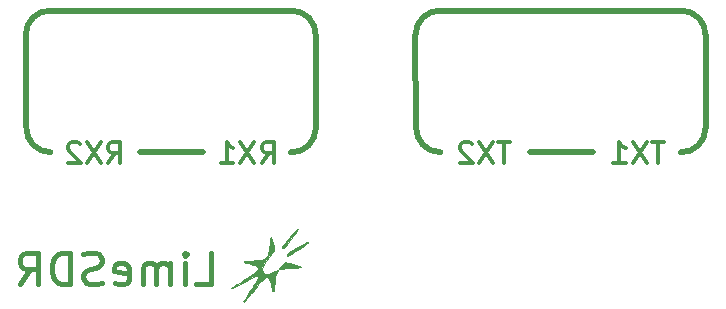
<source format=gbo>
G04 #@! TF.FileFunction,Legend,Bot*
%FSLAX46Y46*%
G04 Gerber Fmt 4.6, Leading zero omitted, Abs format (unit mm)*
G04 Created by KiCad (PCBNEW (2016-09-17 revision 679eef1)-makepkg) date 09/24/16 16:35:10*
%MOMM*%
%LPD*%
G01*
G04 APERTURE LIST*
%ADD10C,0.150000*%
%ADD11C,0.500000*%
%ADD12C,0.300000*%
%ADD13C,0.400000*%
%ADD14C,0.010000*%
%ADD15C,0.800000*%
%ADD16C,3.000000*%
%ADD17C,0.700000*%
%ADD18C,1.350000*%
G04 APERTURE END LIST*
D10*
D11*
X31880000Y-9730000D02*
X11380000Y-9730000D01*
X33830000Y-19700000D02*
X33830000Y-11830610D01*
D12*
X29237142Y-22644285D02*
X29837142Y-21787142D01*
X30265714Y-22644285D02*
X30265714Y-20844285D01*
X29580000Y-20844285D01*
X29408571Y-20930000D01*
X29322857Y-21015714D01*
X29237142Y-21187142D01*
X29237142Y-21444285D01*
X29322857Y-21615714D01*
X29408571Y-21701428D01*
X29580000Y-21787142D01*
X30265714Y-21787142D01*
X28637142Y-20844285D02*
X27437142Y-22644285D01*
X27437142Y-20844285D02*
X28637142Y-22644285D01*
X25808571Y-22644285D02*
X26837142Y-22644285D01*
X26322857Y-22644285D02*
X26322857Y-20844285D01*
X26494285Y-21101428D01*
X26665714Y-21272857D01*
X26837142Y-21358571D01*
D11*
X33830000Y-19680000D02*
G75*
G02X31729390Y-21730000I-2050610J0D01*
G01*
X31780000Y-9730000D02*
G75*
G02X33830000Y-11830610I0J-2050610D01*
G01*
X24280000Y-21730000D02*
X18980000Y-21730000D01*
X9269390Y-11780000D02*
G75*
G02X11370000Y-9730000I2050610J0D01*
G01*
X9270000Y-11820000D02*
X9320000Y-19619390D01*
X11370000Y-21720000D02*
G75*
G02X9320000Y-19619390I0J2050610D01*
G01*
D12*
X16237142Y-22659175D02*
X16837142Y-21802032D01*
X17265714Y-22659175D02*
X17265714Y-20859175D01*
X16580000Y-20859175D01*
X16408571Y-20944890D01*
X16322857Y-21030604D01*
X16237142Y-21202032D01*
X16237142Y-21459175D01*
X16322857Y-21630604D01*
X16408571Y-21716318D01*
X16580000Y-21802032D01*
X17265714Y-21802032D01*
X15637142Y-20859175D02*
X14437142Y-22659175D01*
X14437142Y-20859175D02*
X15637142Y-22659175D01*
X13837142Y-21030604D02*
X13751428Y-20944890D01*
X13580000Y-20859175D01*
X13151428Y-20859175D01*
X12980000Y-20944890D01*
X12894285Y-21030604D01*
X12808571Y-21202032D01*
X12808571Y-21373461D01*
X12894285Y-21630604D01*
X13922857Y-22659175D01*
X12808571Y-22659175D01*
D11*
X42269390Y-11780000D02*
G75*
G02X44370000Y-9730000I2050610J0D01*
G01*
X42270000Y-11820000D02*
X42320000Y-19619390D01*
X44370000Y-21720000D02*
G75*
G02X42320000Y-19619390I0J2050610D01*
G01*
D12*
X50308571Y-20859175D02*
X49280000Y-20859175D01*
X49794285Y-22659175D02*
X49794285Y-20859175D01*
X48851428Y-20859175D02*
X47651428Y-22659175D01*
X47651428Y-20859175D02*
X48851428Y-22659175D01*
X47051428Y-21030604D02*
X46965714Y-20944890D01*
X46794285Y-20859175D01*
X46365714Y-20859175D01*
X46194285Y-20944890D01*
X46108571Y-21030604D01*
X46022857Y-21202032D01*
X46022857Y-21373461D01*
X46108571Y-21630604D01*
X47137142Y-22659175D01*
X46022857Y-22659175D01*
X63308571Y-20844285D02*
X62280000Y-20844285D01*
X62794285Y-22644285D02*
X62794285Y-20844285D01*
X61851428Y-20844285D02*
X60651428Y-22644285D01*
X60651428Y-20844285D02*
X61851428Y-22644285D01*
X59022857Y-22644285D02*
X60051428Y-22644285D01*
X59537142Y-22644285D02*
X59537142Y-20844285D01*
X59708571Y-21101428D01*
X59880000Y-21272857D01*
X60051428Y-21358571D01*
D11*
X57280000Y-21730000D02*
X51980000Y-21730000D01*
X64880000Y-9730000D02*
X44380000Y-9730000D01*
X64780000Y-9730000D02*
G75*
G02X66830000Y-11830610I0J-2050610D01*
G01*
X66830000Y-19700000D02*
X66830000Y-11830610D01*
X66830000Y-19680000D02*
G75*
G02X64729390Y-21730000I-2050610J0D01*
G01*
D13*
X23670000Y-32911428D02*
X24955714Y-32911428D01*
X24955714Y-30211428D01*
X22770000Y-32911428D02*
X22770000Y-31111428D01*
X22770000Y-30211428D02*
X22898571Y-30340000D01*
X22770000Y-30468571D01*
X22641428Y-30340000D01*
X22770000Y-30211428D01*
X22770000Y-30468571D01*
X21484285Y-32911428D02*
X21484285Y-31111428D01*
X21484285Y-31368571D02*
X21355714Y-31240000D01*
X21098571Y-31111428D01*
X20712857Y-31111428D01*
X20455714Y-31240000D01*
X20327142Y-31497142D01*
X20327142Y-32911428D01*
X20327142Y-31497142D02*
X20198571Y-31240000D01*
X19941428Y-31111428D01*
X19555714Y-31111428D01*
X19298571Y-31240000D01*
X19170000Y-31497142D01*
X19170000Y-32911428D01*
X16855714Y-32782857D02*
X17112857Y-32911428D01*
X17627142Y-32911428D01*
X17884285Y-32782857D01*
X18012857Y-32525714D01*
X18012857Y-31497142D01*
X17884285Y-31240000D01*
X17627142Y-31111428D01*
X17112857Y-31111428D01*
X16855714Y-31240000D01*
X16727142Y-31497142D01*
X16727142Y-31754285D01*
X18012857Y-32011428D01*
X15698571Y-32782857D02*
X15312857Y-32911428D01*
X14670000Y-32911428D01*
X14412857Y-32782857D01*
X14284285Y-32654285D01*
X14155714Y-32397142D01*
X14155714Y-32140000D01*
X14284285Y-31882857D01*
X14412857Y-31754285D01*
X14670000Y-31625714D01*
X15184285Y-31497142D01*
X15441428Y-31368571D01*
X15570000Y-31240000D01*
X15698571Y-30982857D01*
X15698571Y-30725714D01*
X15570000Y-30468571D01*
X15441428Y-30340000D01*
X15184285Y-30211428D01*
X14541428Y-30211428D01*
X14155714Y-30340000D01*
X12998571Y-32911428D02*
X12998571Y-30211428D01*
X12355714Y-30211428D01*
X11970000Y-30340000D01*
X11712857Y-30597142D01*
X11584285Y-30854285D01*
X11455714Y-31368571D01*
X11455714Y-31754285D01*
X11584285Y-32268571D01*
X11712857Y-32525714D01*
X11970000Y-32782857D01*
X12355714Y-32911428D01*
X12998571Y-32911428D01*
X8755714Y-32911428D02*
X9655714Y-31625714D01*
X10298571Y-32911428D02*
X10298571Y-30211428D01*
X9270000Y-30211428D01*
X9012857Y-30340000D01*
X8884285Y-30468571D01*
X8755714Y-30725714D01*
X8755714Y-31111428D01*
X8884285Y-31368571D01*
X9012857Y-31497142D01*
X9270000Y-31625714D01*
X10298571Y-31625714D01*
D14*
G36*
X31115957Y-29811803D02*
X31152519Y-29800339D01*
X31193131Y-29773087D01*
X31243568Y-29723382D01*
X31309601Y-29644559D01*
X31397003Y-29529953D01*
X31511546Y-29372899D01*
X31659005Y-29166732D01*
X31753381Y-29034000D01*
X31901494Y-28824601D01*
X32034803Y-28634391D01*
X32147766Y-28471415D01*
X32234847Y-28343718D01*
X32290505Y-28259345D01*
X32309230Y-28226643D01*
X32293027Y-28198978D01*
X32237141Y-28229355D01*
X32140790Y-28318314D01*
X32071192Y-28391408D01*
X31896978Y-28580519D01*
X31757731Y-28734222D01*
X31638508Y-28869793D01*
X31524369Y-29004512D01*
X31400375Y-29155656D01*
X31265232Y-29323469D01*
X31148321Y-29472737D01*
X31051011Y-29603491D01*
X30981030Y-29704825D01*
X30946107Y-29765831D01*
X30943823Y-29777041D01*
X30984691Y-29802225D01*
X31067791Y-29814021D01*
X31077674Y-29814143D01*
X31115957Y-29811803D01*
X31115957Y-29811803D01*
G37*
X31115957Y-29811803D02*
X31152519Y-29800339D01*
X31193131Y-29773087D01*
X31243568Y-29723382D01*
X31309601Y-29644559D01*
X31397003Y-29529953D01*
X31511546Y-29372899D01*
X31659005Y-29166732D01*
X31753381Y-29034000D01*
X31901494Y-28824601D01*
X32034803Y-28634391D01*
X32147766Y-28471415D01*
X32234847Y-28343718D01*
X32290505Y-28259345D01*
X32309230Y-28226643D01*
X32293027Y-28198978D01*
X32237141Y-28229355D01*
X32140790Y-28318314D01*
X32071192Y-28391408D01*
X31896978Y-28580519D01*
X31757731Y-28734222D01*
X31638508Y-28869793D01*
X31524369Y-29004512D01*
X31400375Y-29155656D01*
X31265232Y-29323469D01*
X31148321Y-29472737D01*
X31051011Y-29603491D01*
X30981030Y-29704825D01*
X30946107Y-29765831D01*
X30943823Y-29777041D01*
X30984691Y-29802225D01*
X31067791Y-29814021D01*
X31077674Y-29814143D01*
X31115957Y-29811803D01*
G36*
X27755172Y-34349694D02*
X27827384Y-34282919D01*
X27935945Y-34162521D01*
X27996146Y-34091859D01*
X28099211Y-33969805D01*
X28187202Y-33866189D01*
X28247972Y-33795287D01*
X28266340Y-33774359D01*
X28300475Y-33734224D01*
X28372683Y-33647588D01*
X28475009Y-33524054D01*
X28599495Y-33373228D01*
X28736425Y-33206857D01*
X28892094Y-33019781D01*
X29050581Y-32833377D01*
X29199016Y-32662500D01*
X29324530Y-32522006D01*
X29396514Y-32444857D01*
X29504962Y-32333779D01*
X29577087Y-32267379D01*
X29626785Y-32237947D01*
X29667954Y-32237775D01*
X29714490Y-32259153D01*
X29722897Y-32263800D01*
X29820329Y-32341291D01*
X29897679Y-32459770D01*
X29960506Y-32630244D01*
X30007073Y-32826382D01*
X30054191Y-33060134D01*
X30090038Y-33232144D01*
X30117402Y-33351868D01*
X30139069Y-33428762D01*
X30157828Y-33472280D01*
X30176466Y-33491877D01*
X30197769Y-33497010D01*
X30204807Y-33497143D01*
X30233057Y-33485044D01*
X30255580Y-33441138D01*
X30275379Y-33354012D01*
X30295457Y-33212254D01*
X30307869Y-33105400D01*
X30326189Y-32927522D01*
X30340769Y-32761043D01*
X30349748Y-32628659D01*
X30351706Y-32570185D01*
X30369496Y-32411541D01*
X30416577Y-32219854D01*
X30484279Y-32023938D01*
X30563934Y-31852602D01*
X30571806Y-31838655D01*
X30621120Y-31734665D01*
X30631278Y-31669628D01*
X30603943Y-31651943D01*
X30542151Y-31688844D01*
X30503678Y-31716945D01*
X30443660Y-31752034D01*
X30351743Y-31799373D01*
X30217576Y-31864224D01*
X30030805Y-31951847D01*
X29959380Y-31985026D01*
X29875765Y-32007455D01*
X29753452Y-32022362D01*
X29675088Y-32025689D01*
X29551891Y-32021922D01*
X29473706Y-32001518D01*
X29413346Y-31955181D01*
X29388396Y-31927642D01*
X29321383Y-31822326D01*
X29279922Y-31707990D01*
X29279655Y-31706593D01*
X29286234Y-31568693D01*
X29348774Y-31386959D01*
X29466466Y-31162759D01*
X29638500Y-30897464D01*
X29864064Y-30592443D01*
X30140850Y-30250850D01*
X30252211Y-30109019D01*
X30317021Y-30004949D01*
X30331882Y-29944140D01*
X30331288Y-29942422D01*
X30312360Y-29875342D01*
X30288945Y-29767586D01*
X30277255Y-29705285D01*
X30259001Y-29609920D01*
X30236478Y-29511412D01*
X30205228Y-29392727D01*
X30160797Y-29236833D01*
X30107007Y-29054507D01*
X30065442Y-28965250D01*
X30016329Y-28931313D01*
X29971017Y-28960480D01*
X29970681Y-28961019D01*
X29959599Y-29009958D01*
X29945979Y-29117145D01*
X29931311Y-29268368D01*
X29917083Y-29449416D01*
X29912541Y-29516292D01*
X29887831Y-29814708D01*
X29855053Y-30052042D01*
X29811185Y-30239610D01*
X29753206Y-30388725D01*
X29678094Y-30510703D01*
X29632130Y-30566202D01*
X29550324Y-30651693D01*
X29470316Y-30719428D01*
X29382079Y-30772031D01*
X29275586Y-30812125D01*
X29140810Y-30842334D01*
X28967724Y-30865282D01*
X28746301Y-30883592D01*
X28466515Y-30899887D01*
X28330896Y-30906678D01*
X28142554Y-30917520D01*
X27978784Y-30930071D01*
X27853957Y-30942997D01*
X27782445Y-30954961D01*
X27772891Y-30958535D01*
X27745433Y-31000468D01*
X27774762Y-31040967D01*
X27846467Y-31064541D01*
X27872860Y-31066000D01*
X28004312Y-31079364D01*
X28171882Y-31115273D01*
X28356577Y-31167455D01*
X28539403Y-31229637D01*
X28701367Y-31295546D01*
X28823477Y-31358909D01*
X28873069Y-31396344D01*
X28937101Y-31466602D01*
X28954765Y-31517974D01*
X28933417Y-31580366D01*
X28923264Y-31600381D01*
X28845868Y-31704987D01*
X28707260Y-31836838D01*
X28506069Y-31997094D01*
X28240922Y-32186912D01*
X28174227Y-32232512D01*
X28001436Y-32347910D01*
X27800284Y-32479226D01*
X27586088Y-32616757D01*
X27374164Y-32750801D01*
X27179828Y-32871653D01*
X27018397Y-32969612D01*
X26923955Y-33024571D01*
X26787267Y-33103554D01*
X26703796Y-33158605D01*
X26661989Y-33198526D01*
X26650292Y-33232116D01*
X26650286Y-33233012D01*
X26679725Y-33231419D01*
X26768467Y-33197177D01*
X26917143Y-33129975D01*
X27126386Y-33029506D01*
X27396829Y-32895461D01*
X27729104Y-32727529D01*
X28123845Y-32525403D01*
X28548711Y-32305874D01*
X28708284Y-32226595D01*
X28817576Y-32181668D01*
X28887990Y-32167218D01*
X28927552Y-32177067D01*
X28983188Y-32225402D01*
X28998142Y-32249427D01*
X28993477Y-32274066D01*
X28969531Y-32325533D01*
X28923891Y-32407684D01*
X28854141Y-32524374D01*
X28757866Y-32679457D01*
X28632653Y-32876790D01*
X28476085Y-33120228D01*
X28285748Y-33413625D01*
X28059228Y-33760836D01*
X27878225Y-34037385D01*
X27799562Y-34160779D01*
X27739105Y-34261953D01*
X27706061Y-34325219D01*
X27702571Y-34336742D01*
X27715004Y-34366437D01*
X27755172Y-34349694D01*
X27755172Y-34349694D01*
G37*
X27755172Y-34349694D02*
X27827384Y-34282919D01*
X27935945Y-34162521D01*
X27996146Y-34091859D01*
X28099211Y-33969805D01*
X28187202Y-33866189D01*
X28247972Y-33795287D01*
X28266340Y-33774359D01*
X28300475Y-33734224D01*
X28372683Y-33647588D01*
X28475009Y-33524054D01*
X28599495Y-33373228D01*
X28736425Y-33206857D01*
X28892094Y-33019781D01*
X29050581Y-32833377D01*
X29199016Y-32662500D01*
X29324530Y-32522006D01*
X29396514Y-32444857D01*
X29504962Y-32333779D01*
X29577087Y-32267379D01*
X29626785Y-32237947D01*
X29667954Y-32237775D01*
X29714490Y-32259153D01*
X29722897Y-32263800D01*
X29820329Y-32341291D01*
X29897679Y-32459770D01*
X29960506Y-32630244D01*
X30007073Y-32826382D01*
X30054191Y-33060134D01*
X30090038Y-33232144D01*
X30117402Y-33351868D01*
X30139069Y-33428762D01*
X30157828Y-33472280D01*
X30176466Y-33491877D01*
X30197769Y-33497010D01*
X30204807Y-33497143D01*
X30233057Y-33485044D01*
X30255580Y-33441138D01*
X30275379Y-33354012D01*
X30295457Y-33212254D01*
X30307869Y-33105400D01*
X30326189Y-32927522D01*
X30340769Y-32761043D01*
X30349748Y-32628659D01*
X30351706Y-32570185D01*
X30369496Y-32411541D01*
X30416577Y-32219854D01*
X30484279Y-32023938D01*
X30563934Y-31852602D01*
X30571806Y-31838655D01*
X30621120Y-31734665D01*
X30631278Y-31669628D01*
X30603943Y-31651943D01*
X30542151Y-31688844D01*
X30503678Y-31716945D01*
X30443660Y-31752034D01*
X30351743Y-31799373D01*
X30217576Y-31864224D01*
X30030805Y-31951847D01*
X29959380Y-31985026D01*
X29875765Y-32007455D01*
X29753452Y-32022362D01*
X29675088Y-32025689D01*
X29551891Y-32021922D01*
X29473706Y-32001518D01*
X29413346Y-31955181D01*
X29388396Y-31927642D01*
X29321383Y-31822326D01*
X29279922Y-31707990D01*
X29279655Y-31706593D01*
X29286234Y-31568693D01*
X29348774Y-31386959D01*
X29466466Y-31162759D01*
X29638500Y-30897464D01*
X29864064Y-30592443D01*
X30140850Y-30250850D01*
X30252211Y-30109019D01*
X30317021Y-30004949D01*
X30331882Y-29944140D01*
X30331288Y-29942422D01*
X30312360Y-29875342D01*
X30288945Y-29767586D01*
X30277255Y-29705285D01*
X30259001Y-29609920D01*
X30236478Y-29511412D01*
X30205228Y-29392727D01*
X30160797Y-29236833D01*
X30107007Y-29054507D01*
X30065442Y-28965250D01*
X30016329Y-28931313D01*
X29971017Y-28960480D01*
X29970681Y-28961019D01*
X29959599Y-29009958D01*
X29945979Y-29117145D01*
X29931311Y-29268368D01*
X29917083Y-29449416D01*
X29912541Y-29516292D01*
X29887831Y-29814708D01*
X29855053Y-30052042D01*
X29811185Y-30239610D01*
X29753206Y-30388725D01*
X29678094Y-30510703D01*
X29632130Y-30566202D01*
X29550324Y-30651693D01*
X29470316Y-30719428D01*
X29382079Y-30772031D01*
X29275586Y-30812125D01*
X29140810Y-30842334D01*
X28967724Y-30865282D01*
X28746301Y-30883592D01*
X28466515Y-30899887D01*
X28330896Y-30906678D01*
X28142554Y-30917520D01*
X27978784Y-30930071D01*
X27853957Y-30942997D01*
X27782445Y-30954961D01*
X27772891Y-30958535D01*
X27745433Y-31000468D01*
X27774762Y-31040967D01*
X27846467Y-31064541D01*
X27872860Y-31066000D01*
X28004312Y-31079364D01*
X28171882Y-31115273D01*
X28356577Y-31167455D01*
X28539403Y-31229637D01*
X28701367Y-31295546D01*
X28823477Y-31358909D01*
X28873069Y-31396344D01*
X28937101Y-31466602D01*
X28954765Y-31517974D01*
X28933417Y-31580366D01*
X28923264Y-31600381D01*
X28845868Y-31704987D01*
X28707260Y-31836838D01*
X28506069Y-31997094D01*
X28240922Y-32186912D01*
X28174227Y-32232512D01*
X28001436Y-32347910D01*
X27800284Y-32479226D01*
X27586088Y-32616757D01*
X27374164Y-32750801D01*
X27179828Y-32871653D01*
X27018397Y-32969612D01*
X26923955Y-33024571D01*
X26787267Y-33103554D01*
X26703796Y-33158605D01*
X26661989Y-33198526D01*
X26650292Y-33232116D01*
X26650286Y-33233012D01*
X26679725Y-33231419D01*
X26768467Y-33197177D01*
X26917143Y-33129975D01*
X27126386Y-33029506D01*
X27396829Y-32895461D01*
X27729104Y-32727529D01*
X28123845Y-32525403D01*
X28548711Y-32305874D01*
X28708284Y-32226595D01*
X28817576Y-32181668D01*
X28887990Y-32167218D01*
X28927552Y-32177067D01*
X28983188Y-32225402D01*
X28998142Y-32249427D01*
X28993477Y-32274066D01*
X28969531Y-32325533D01*
X28923891Y-32407684D01*
X28854141Y-32524374D01*
X28757866Y-32679457D01*
X28632653Y-32876790D01*
X28476085Y-33120228D01*
X28285748Y-33413625D01*
X28059228Y-33760836D01*
X27878225Y-34037385D01*
X27799562Y-34160779D01*
X27739105Y-34261953D01*
X27706061Y-34325219D01*
X27702571Y-34336742D01*
X27715004Y-34366437D01*
X27755172Y-34349694D01*
G36*
X31420785Y-30476541D02*
X31528718Y-30432415D01*
X31693376Y-30348605D01*
X31721346Y-30333570D01*
X31889914Y-30238669D01*
X32078867Y-30125924D01*
X32278649Y-30001740D01*
X32479702Y-29872520D01*
X32672469Y-29744669D01*
X32847394Y-29624591D01*
X32994919Y-29518692D01*
X33105487Y-29433376D01*
X33169542Y-29375048D01*
X33181714Y-29354912D01*
X33171720Y-29333335D01*
X33136309Y-29332355D01*
X33067338Y-29355089D01*
X32956665Y-29404652D01*
X32796148Y-29484162D01*
X32655571Y-29556303D01*
X32333983Y-29725298D01*
X32071631Y-29869547D01*
X31861407Y-29993703D01*
X31696198Y-30102421D01*
X31568894Y-30200356D01*
X31472384Y-30292164D01*
X31404777Y-30375079D01*
X31362069Y-30447446D01*
X31366320Y-30481409D01*
X31420785Y-30476541D01*
X31420785Y-30476541D01*
G37*
X31420785Y-30476541D02*
X31528718Y-30432415D01*
X31693376Y-30348605D01*
X31721346Y-30333570D01*
X31889914Y-30238669D01*
X32078867Y-30125924D01*
X32278649Y-30001740D01*
X32479702Y-29872520D01*
X32672469Y-29744669D01*
X32847394Y-29624591D01*
X32994919Y-29518692D01*
X33105487Y-29433376D01*
X33169542Y-29375048D01*
X33181714Y-29354912D01*
X33171720Y-29333335D01*
X33136309Y-29332355D01*
X33067338Y-29355089D01*
X32956665Y-29404652D01*
X32796148Y-29484162D01*
X32655571Y-29556303D01*
X32333983Y-29725298D01*
X32071631Y-29869547D01*
X31861407Y-29993703D01*
X31696198Y-30102421D01*
X31568894Y-30200356D01*
X31472384Y-30292164D01*
X31404777Y-30375079D01*
X31362069Y-30447446D01*
X31366320Y-30481409D01*
X31420785Y-30476541D01*
G36*
X30810127Y-31596382D02*
X30882546Y-31585702D01*
X31011529Y-31572481D01*
X31181176Y-31558132D01*
X31375588Y-31544070D01*
X31458143Y-31538753D01*
X31788250Y-31517392D01*
X32051246Y-31498267D01*
X32252535Y-31480816D01*
X32397524Y-31464481D01*
X32491618Y-31448699D01*
X32540223Y-31432909D01*
X32548722Y-31425609D01*
X32532294Y-31396998D01*
X32466555Y-31371996D01*
X32356683Y-31344462D01*
X32213800Y-31304739D01*
X32057226Y-31258690D01*
X31906277Y-31212173D01*
X31780272Y-31171050D01*
X31698528Y-31141181D01*
X31684450Y-31134735D01*
X31614770Y-31112858D01*
X31500855Y-31091156D01*
X31401409Y-31078176D01*
X31182347Y-31055280D01*
X30988377Y-31255543D01*
X30887921Y-31363983D01*
X30803926Y-31463156D01*
X30753106Y-31533221D01*
X30750402Y-31538030D01*
X30725092Y-31594533D01*
X30745600Y-31608591D01*
X30810127Y-31596382D01*
X30810127Y-31596382D01*
G37*
X30810127Y-31596382D02*
X30882546Y-31585702D01*
X31011529Y-31572481D01*
X31181176Y-31558132D01*
X31375588Y-31544070D01*
X31458143Y-31538753D01*
X31788250Y-31517392D01*
X32051246Y-31498267D01*
X32252535Y-31480816D01*
X32397524Y-31464481D01*
X32491618Y-31448699D01*
X32540223Y-31432909D01*
X32548722Y-31425609D01*
X32532294Y-31396998D01*
X32466555Y-31371996D01*
X32356683Y-31344462D01*
X32213800Y-31304739D01*
X32057226Y-31258690D01*
X31906277Y-31212173D01*
X31780272Y-31171050D01*
X31698528Y-31141181D01*
X31684450Y-31134735D01*
X31614770Y-31112858D01*
X31500855Y-31091156D01*
X31401409Y-31078176D01*
X31182347Y-31055280D01*
X30988377Y-31255543D01*
X30887921Y-31363983D01*
X30803926Y-31463156D01*
X30753106Y-31533221D01*
X30750402Y-31538030D01*
X30725092Y-31594533D01*
X30745600Y-31608591D01*
X30810127Y-31596382D01*
%LPC*%
D15*
X73750000Y-3980000D02*
G75*
G03X73750000Y-3980000I-1800000J0D01*
G01*
X73730000Y-31060000D02*
G75*
G03X73730000Y-31060000I-1800000J0D01*
G01*
X5740000Y-31030000D02*
G75*
G03X5740000Y-31030000I-1800000J0D01*
G01*
X5750000Y-3990000D02*
G75*
G03X5750000Y-3990000I-1800000J0D01*
G01*
D16*
X30740000Y-15530000D02*
G75*
G03X30740000Y-15530000I-2660000J0D01*
G01*
D17*
X31010000Y-13690000D02*
X31010000Y-17380000D01*
D18*
X31910000Y-15530000D02*
G75*
G03X31910000Y-15530000I-3830000J0D01*
G01*
D16*
X17740000Y-15530000D02*
G75*
G03X17740000Y-15530000I-2660000J0D01*
G01*
D17*
X18010000Y-13690000D02*
X18010000Y-17380000D01*
D18*
X18910000Y-15530000D02*
G75*
G03X18910000Y-15530000I-3830000J0D01*
G01*
D16*
X63740000Y-15530000D02*
G75*
G03X63740000Y-15530000I-2660000J0D01*
G01*
D17*
X64010000Y-13690000D02*
X64010000Y-17380000D01*
D18*
X64910000Y-15530000D02*
G75*
G03X64910000Y-15530000I-3830000J0D01*
G01*
D16*
X50740000Y-15530000D02*
G75*
G03X50740000Y-15530000I-2660000J0D01*
G01*
D17*
X51010000Y-13690000D02*
X51010000Y-17380000D01*
D18*
X51910000Y-15530000D02*
G75*
G03X51910000Y-15530000I-3830000J0D01*
G01*
M02*

</source>
